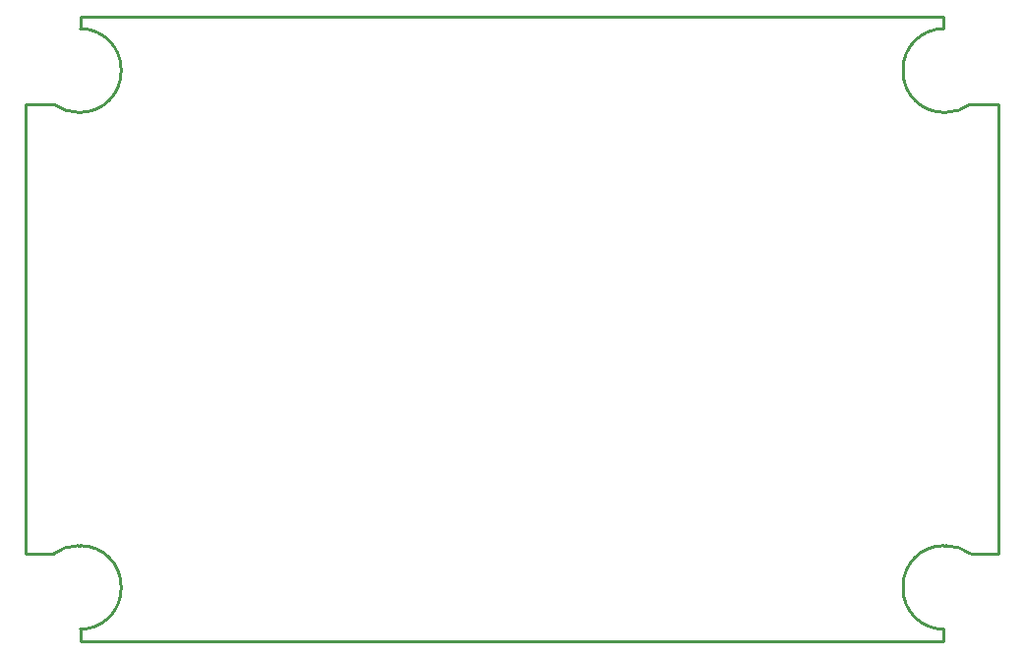
<source format=gm1>
G04 #@! TF.GenerationSoftware,KiCad,Pcbnew,8.0.2-8.0.2-0~ubuntu23.10.1*
G04 #@! TF.CreationDate,2024-05-02T10:41:37+07:00*
G04 #@! TF.ProjectId,Node_RS485,4e6f6465-5f52-4533-9438-352e6b696361,rev?*
G04 #@! TF.SameCoordinates,Original*
G04 #@! TF.FileFunction,Profile,NP*
%FSLAX46Y46*%
G04 Gerber Fmt 4.6, Leading zero omitted, Abs format (unit mm)*
G04 Created by KiCad (PCBNEW 8.0.2-8.0.2-0~ubuntu23.10.1) date 2024-05-02 10:41:37*
%MOMM*%
%LPD*%
G01*
G04 APERTURE LIST*
G04 #@! TA.AperFunction,Profile*
%ADD10C,0.250000*%
G04 #@! TD*
G04 APERTURE END LIST*
D10*
X190100000Y-117400000D02*
X192500000Y-117400000D01*
X113500000Y-71200000D02*
X187800000Y-71200000D01*
X113500000Y-116700000D02*
G75*
G02*
X117000000Y-120200000I0J-3500000D01*
G01*
X113500000Y-124900000D02*
X187800000Y-124900000D01*
X117000000Y-75900000D02*
G75*
G02*
X113500000Y-79400000I-3500000J0D01*
G01*
X188000000Y-116700000D02*
G75*
G02*
X190100000Y-117400000I0J-3500000D01*
G01*
X184300000Y-120200000D02*
X184300000Y-120400000D01*
X117000000Y-120400000D02*
G75*
G02*
X113500000Y-123900000I-3500000J0D01*
G01*
X113300000Y-79400000D02*
G75*
G02*
X111200000Y-78700000I0J3500000D01*
G01*
X187800000Y-123900000D02*
G75*
G02*
X184300000Y-120400000I0J3500000D01*
G01*
X192500000Y-78700000D02*
X192500000Y-117400000D01*
X117000000Y-120200000D02*
X117000000Y-120400000D01*
X187800000Y-116700000D02*
X188000000Y-116700000D01*
X108800000Y-78700000D02*
X108800000Y-117400000D01*
X111200000Y-117400000D02*
X108800000Y-117400000D01*
X113500000Y-116700000D02*
X113300000Y-116700000D01*
X113500000Y-79400000D02*
X113300000Y-79400000D01*
X184300000Y-120200000D02*
G75*
G02*
X187800000Y-116700000I3500000J0D01*
G01*
X111200000Y-78700000D02*
X108800000Y-78700000D01*
X187800000Y-79400000D02*
G75*
G02*
X184300000Y-75900000I0J3500000D01*
G01*
X184300000Y-75700000D02*
G75*
G02*
X187800000Y-72200000I3500000J0D01*
G01*
X187800000Y-123900000D02*
X187800000Y-124900000D01*
X113500000Y-72200000D02*
X113500000Y-71200000D01*
X113500000Y-123900000D02*
X113500000Y-124900000D01*
X111200000Y-117400000D02*
G75*
G02*
X113300000Y-116700000I2100000J-2800000D01*
G01*
X192500000Y-78700000D02*
X190100000Y-78700000D01*
X187800000Y-71200000D02*
X187800000Y-72200000D01*
X117000000Y-75900000D02*
X117000000Y-75700000D01*
X188000000Y-79400000D02*
X187800000Y-79400000D01*
X113500000Y-72200000D02*
G75*
G02*
X117000000Y-75700000I0J-3500000D01*
G01*
X184300000Y-75700000D02*
X184300000Y-75900000D01*
X190100000Y-78700000D02*
G75*
G02*
X188000000Y-79400000I-2100000J2800000D01*
G01*
M02*

</source>
